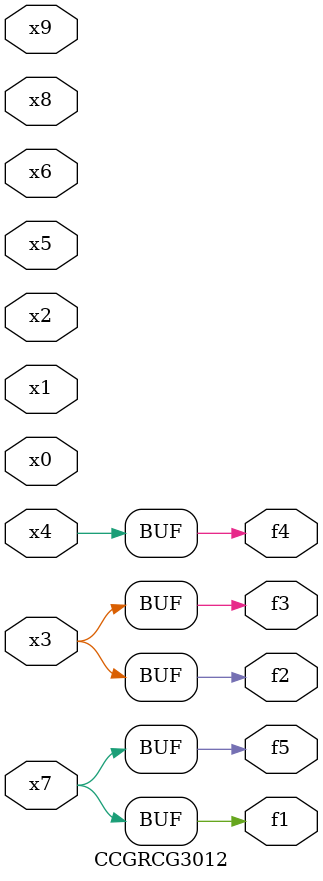
<source format=v>
module CCGRCG3012(
	input x0, x1, x2, x3, x4, x5, x6, x7, x8, x9,
	output f1, f2, f3, f4, f5
);
	assign f1 = x7;
	assign f2 = x3;
	assign f3 = x3;
	assign f4 = x4;
	assign f5 = x7;
endmodule

</source>
